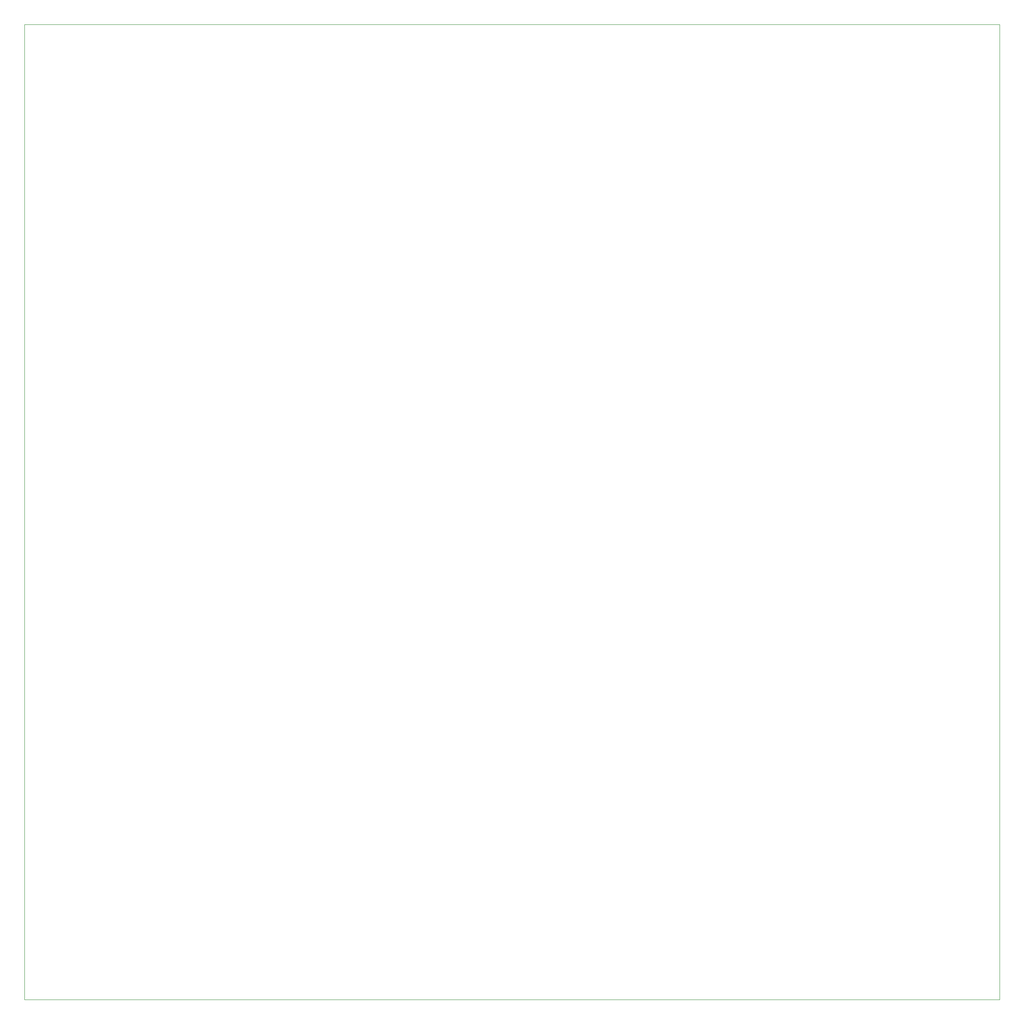
<source format=gbr>
%TF.GenerationSoftware,KiCad,Pcbnew,9.0.3*%
%TF.CreationDate,2025-09-25T17:41:31+02:00*%
%TF.ProjectId,SmartChessboard_PCB_V1,536d6172-7443-4686-9573-73626f617264,rev?*%
%TF.SameCoordinates,Original*%
%TF.FileFunction,Profile,NP*%
%FSLAX46Y46*%
G04 Gerber Fmt 4.6, Leading zero omitted, Abs format (unit mm)*
G04 Created by KiCad (PCBNEW 9.0.3) date 2025-09-25 17:41:31*
%MOMM*%
%LPD*%
G01*
G04 APERTURE LIST*
%TA.AperFunction,Profile*%
%ADD10C,0.038100*%
%TD*%
G04 APERTURE END LIST*
D10*
X44000000Y-44000000D02*
X240000000Y-44000000D01*
X240000000Y-240000000D01*
X44000000Y-240000000D01*
X44000000Y-44000000D01*
M02*

</source>
